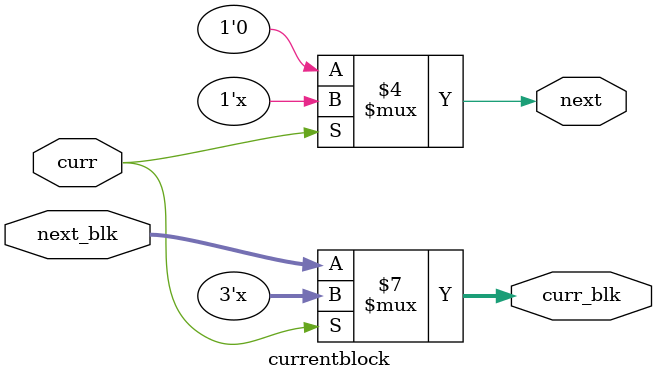
<source format=v>
`timescale 1ns / 1ps


module currentblock(input curr, input [2:0] next_blk, output reg [2:0] curr_blk, output next);

always @ (*)
  begin
    if (curr == 0)
        begin
            curr_blk = next_blk;
            next = 0;
        end
  end

endmodule

</source>
